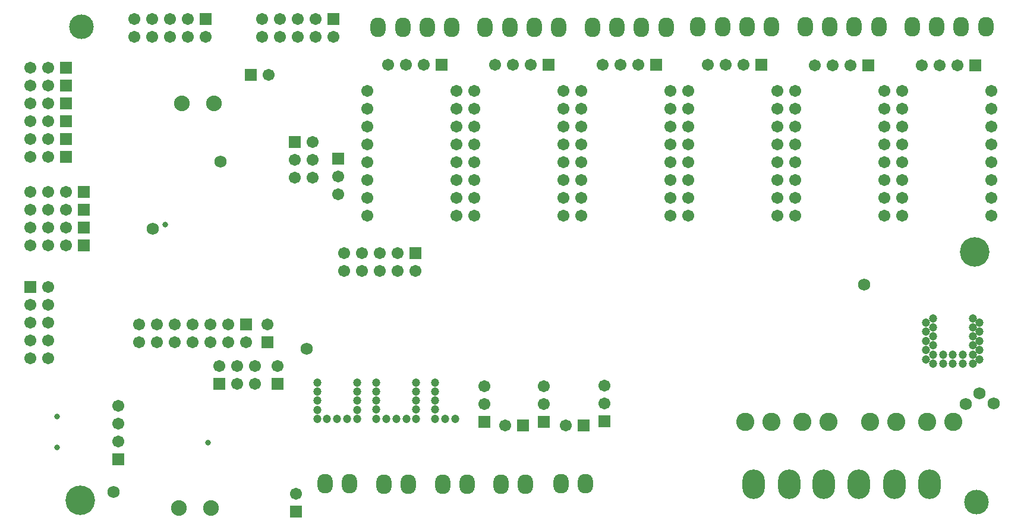
<source format=gbs>
G04 Layer_Color=16711935*
%FSLAX44Y44*%
%MOMM*%
G71*
G01*
G75*
%ADD123R,1.7032X1.7032*%
%ADD132R,1.7032X1.7032*%
%ADD133C,1.7032*%
%ADD134O,2.2032X2.8032*%
%ADD135O,3.2032X4.2032*%
%ADD136C,1.7128*%
%ADD137C,2.6032*%
%ADD138C,2.2352*%
%ADD139C,3.5032*%
%ADD140C,4.2032*%
%ADD141C,0.8032*%
%ADD142C,1.7272*%
%ADD143C,1.2032*%
D123*
X328968Y644220D02*
D03*
X717374Y144884D02*
D03*
X803736Y144880D02*
D03*
X265308Y724440D02*
D03*
X447426D02*
D03*
X322618Y289128D02*
D03*
X563664Y390728D02*
D03*
X284264Y204292D02*
D03*
X906818Y658952D02*
D03*
X753402Y658698D02*
D03*
X601256D02*
D03*
X1361478Y658190D02*
D03*
X1209332Y658444D02*
D03*
X1056424Y658698D02*
D03*
X91520Y477850D02*
D03*
Y452450D02*
D03*
Y427050D02*
D03*
Y401650D02*
D03*
X66116Y527380D02*
D03*
X66116Y552780D02*
D03*
Y578180D02*
D03*
Y603580D02*
D03*
Y628980D02*
D03*
Y654380D02*
D03*
D132*
X393484Y22428D02*
D03*
X367576Y204546D02*
D03*
X353352Y263728D02*
D03*
X15320Y341960D02*
D03*
X391706Y548462D02*
D03*
X140754Y96850D02*
D03*
X454190Y524840D02*
D03*
X746798Y150444D02*
D03*
X833158Y150952D02*
D03*
X661708Y150444D02*
D03*
D133*
X393484Y47828D02*
D03*
X367576Y229946D02*
D03*
X354368Y644220D02*
D03*
X353352Y289128D02*
D03*
X691974Y144884D02*
D03*
X778336Y144880D02*
D03*
X163708Y699040D02*
D03*
Y724440D02*
D03*
X189108Y699040D02*
D03*
Y724440D02*
D03*
X214508Y699040D02*
D03*
Y724440D02*
D03*
X239908Y699040D02*
D03*
Y724440D02*
D03*
X265308Y699040D02*
D03*
X447426D02*
D03*
X422026Y724440D02*
D03*
Y699040D02*
D03*
X396626Y724440D02*
D03*
Y699040D02*
D03*
X371226Y724440D02*
D03*
Y699040D02*
D03*
X345826Y724440D02*
D03*
Y699040D02*
D03*
X170218Y263728D02*
D03*
Y289128D02*
D03*
X195618Y263728D02*
D03*
Y289128D02*
D03*
X221018Y263728D02*
D03*
Y289128D02*
D03*
X246418Y263728D02*
D03*
Y289128D02*
D03*
X271818Y263728D02*
D03*
Y289128D02*
D03*
X297218Y263728D02*
D03*
Y289128D02*
D03*
X322618Y263728D02*
D03*
X40720Y341960D02*
D03*
X15320Y316560D02*
D03*
X40720D02*
D03*
X15320Y291160D02*
D03*
X40720D02*
D03*
X15320Y265760D02*
D03*
X40720D02*
D03*
X15320Y240360D02*
D03*
X40720D02*
D03*
X462064Y365328D02*
D03*
Y390728D02*
D03*
X487464Y365328D02*
D03*
Y390728D02*
D03*
X512864Y365328D02*
D03*
Y390728D02*
D03*
X538264Y365328D02*
D03*
Y390728D02*
D03*
X563664Y365328D02*
D03*
X335064Y229692D02*
D03*
Y204292D02*
D03*
X309664Y229692D02*
D03*
Y204292D02*
D03*
X284264Y229692D02*
D03*
X417106Y548462D02*
D03*
X391706Y523062D02*
D03*
X417106D02*
D03*
X391706Y497662D02*
D03*
X417106D02*
D03*
X881418Y658952D02*
D03*
X856018D02*
D03*
X830618D02*
D03*
X677202Y658698D02*
D03*
X702602D02*
D03*
X728002D02*
D03*
X575856D02*
D03*
X550456D02*
D03*
X525056D02*
D03*
X1285278Y658190D02*
D03*
X1310678D02*
D03*
X1336078D02*
D03*
X1183932Y658444D02*
D03*
X1158532D02*
D03*
X1133132D02*
D03*
X980224Y658698D02*
D03*
X1005624D02*
D03*
X1031024D02*
D03*
X140754Y122250D02*
D03*
Y147650D02*
D03*
Y173050D02*
D03*
X15320Y477850D02*
D03*
X40720D02*
D03*
X66120D02*
D03*
Y452450D02*
D03*
X40720D02*
D03*
X15320D02*
D03*
Y427050D02*
D03*
X40720D02*
D03*
X66120D02*
D03*
Y401650D02*
D03*
X40720D02*
D03*
X15320D02*
D03*
X40716Y527380D02*
D03*
X15316D02*
D03*
X15316Y552780D02*
D03*
X40716D02*
D03*
Y578180D02*
D03*
X15316D02*
D03*
Y603580D02*
D03*
X40716D02*
D03*
Y628980D02*
D03*
X15316D02*
D03*
Y654380D02*
D03*
X40716D02*
D03*
X454190Y499440D02*
D03*
Y474040D02*
D03*
X746798Y201244D02*
D03*
Y175844D02*
D03*
X833158Y176352D02*
D03*
Y201752D02*
D03*
X661708Y201244D02*
D03*
Y175844D02*
D03*
D134*
X805980Y62052D02*
D03*
X770980D02*
D03*
X685890Y61544D02*
D03*
X720890D02*
D03*
X637578D02*
D03*
X602578D02*
D03*
X518758Y61290D02*
D03*
X553758D02*
D03*
X469938Y62052D02*
D03*
X434938D02*
D03*
X1271430Y712948D02*
D03*
X1306430D02*
D03*
X1341430D02*
D03*
X1376430D02*
D03*
X966430D02*
D03*
X1001430D02*
D03*
X1036430D02*
D03*
X1071430D02*
D03*
X1118930D02*
D03*
X1153930D02*
D03*
X1188930D02*
D03*
X1223930D02*
D03*
X510808Y712440D02*
D03*
X545808D02*
D03*
X580808D02*
D03*
X615808D02*
D03*
X663308D02*
D03*
X698308D02*
D03*
X733308D02*
D03*
X768308D02*
D03*
X815808D02*
D03*
X850808D02*
D03*
X885808D02*
D03*
X920808D02*
D03*
D135*
X1246162Y60782D02*
D03*
X1296162D02*
D03*
X1096010D02*
D03*
X1046010D02*
D03*
X1145832D02*
D03*
X1195832D02*
D03*
D136*
X774392Y621762D02*
D03*
Y469362D02*
D03*
X647392D02*
D03*
Y494762D02*
D03*
Y520162D02*
D03*
Y545562D02*
D03*
Y570962D02*
D03*
Y596362D02*
D03*
X774392D02*
D03*
Y443962D02*
D03*
X647392Y621762D02*
D03*
Y443962D02*
D03*
X774392Y570962D02*
D03*
Y545562D02*
D03*
Y494762D02*
D03*
Y520162D02*
D03*
X1079108Y520162D02*
D03*
Y494762D02*
D03*
Y545562D02*
D03*
Y570962D02*
D03*
X952108Y443962D02*
D03*
Y621762D02*
D03*
X1079108Y443962D02*
D03*
Y596362D02*
D03*
X952108D02*
D03*
Y570962D02*
D03*
Y545562D02*
D03*
Y520162D02*
D03*
Y494762D02*
D03*
Y469362D02*
D03*
X1079108D02*
D03*
Y621762D02*
D03*
X1231508D02*
D03*
Y469362D02*
D03*
X1104508D02*
D03*
Y494762D02*
D03*
Y520162D02*
D03*
Y545562D02*
D03*
Y570962D02*
D03*
Y596362D02*
D03*
X1231508D02*
D03*
Y443962D02*
D03*
X1104508Y621762D02*
D03*
Y443962D02*
D03*
X1231508Y570962D02*
D03*
Y545562D02*
D03*
Y494762D02*
D03*
Y520162D02*
D03*
X621992Y520162D02*
D03*
Y494762D02*
D03*
Y545562D02*
D03*
Y570962D02*
D03*
X494992Y443962D02*
D03*
Y621762D02*
D03*
X621992Y443962D02*
D03*
Y596362D02*
D03*
X494992D02*
D03*
Y570962D02*
D03*
Y545562D02*
D03*
Y520162D02*
D03*
Y494762D02*
D03*
Y469362D02*
D03*
X621992D02*
D03*
Y621762D02*
D03*
X926792D02*
D03*
Y469362D02*
D03*
X799792D02*
D03*
Y494762D02*
D03*
Y520162D02*
D03*
Y545562D02*
D03*
Y570962D02*
D03*
Y596362D02*
D03*
X926792D02*
D03*
Y443962D02*
D03*
X799792Y621762D02*
D03*
Y443962D02*
D03*
X926792Y570962D02*
D03*
Y545562D02*
D03*
Y494762D02*
D03*
Y520162D02*
D03*
X1383908Y520162D02*
D03*
Y494762D02*
D03*
Y545562D02*
D03*
Y570962D02*
D03*
X1256908Y443962D02*
D03*
Y621762D02*
D03*
X1383908Y443962D02*
D03*
Y596362D02*
D03*
X1256908D02*
D03*
Y570962D02*
D03*
Y545562D02*
D03*
Y520162D02*
D03*
Y494762D02*
D03*
Y469362D02*
D03*
X1383908D02*
D03*
Y621762D02*
D03*
D137*
X1115350Y150040D02*
D03*
X1151950D02*
D03*
X1070650D02*
D03*
X1034050D02*
D03*
X1248450D02*
D03*
X1211850D02*
D03*
X1293150D02*
D03*
X1329750D02*
D03*
D138*
X272326Y27254D02*
D03*
X226606D02*
D03*
X277156Y604038D02*
D03*
X231436D02*
D03*
D139*
X87726Y713248D02*
D03*
X1362748Y36144D02*
D03*
D140*
X1360208Y392252D02*
D03*
X86652Y38430D02*
D03*
D141*
X53018Y113713D02*
D03*
Y157712D02*
D03*
X207810Y430860D02*
D03*
X268482Y119998D02*
D03*
D142*
X1202982Y345770D02*
D03*
X1367066Y190830D02*
D03*
X1347762Y175590D02*
D03*
X1387894Y176352D02*
D03*
X190030Y425526D02*
D03*
X286550Y521284D02*
D03*
X408724Y254584D02*
D03*
X133388Y49860D02*
D03*
D143*
X591731Y180416D02*
D03*
X606018Y154508D02*
D03*
X591731Y193370D02*
D03*
Y154508D02*
D03*
Y206324D02*
D03*
Y167462D02*
D03*
X620306Y154508D02*
D03*
X536486D02*
D03*
X507911Y167462D02*
D03*
Y206324D02*
D03*
X565061Y167462D02*
D03*
Y206324D02*
D03*
X507911Y154508D02*
D03*
Y193370D02*
D03*
X522198Y154508D02*
D03*
X550774D02*
D03*
X565061D02*
D03*
Y193370D02*
D03*
X507911Y180416D02*
D03*
X565061D02*
D03*
X480987Y180162D02*
D03*
X423837D02*
D03*
X480987Y193116D02*
D03*
Y154254D02*
D03*
X466699D02*
D03*
X438125D02*
D03*
X423837Y193116D02*
D03*
Y154254D02*
D03*
X480987Y206070D02*
D03*
Y167208D02*
D03*
X423837Y206070D02*
D03*
Y167208D02*
D03*
X452412Y154254D02*
D03*
X1315314Y245948D02*
D03*
X1329601D02*
D03*
X1343889D02*
D03*
X1358176Y297764D02*
D03*
Y284810D02*
D03*
Y271856D02*
D03*
Y258902D02*
D03*
Y245948D02*
D03*
Y232994D02*
D03*
X1343889D02*
D03*
X1329601D02*
D03*
X1315314D02*
D03*
X1301026D02*
D03*
Y245948D02*
D03*
Y258902D02*
D03*
Y271856D02*
D03*
Y284810D02*
D03*
Y297764D02*
D03*
X1290866Y239344D02*
D03*
Y252362D02*
D03*
Y265379D02*
D03*
Y278397D02*
D03*
Y291414D02*
D03*
X1367066D02*
D03*
Y278397D02*
D03*
Y265379D02*
D03*
Y252362D02*
D03*
Y239344D02*
D03*
M02*

</source>
